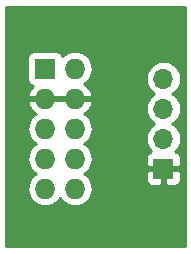
<source format=gbr>
G04 #@! TF.GenerationSoftware,KiCad,Pcbnew,5.1.4-e60b266~84~ubuntu18.04.1*
G04 #@! TF.CreationDate,2019-10-28T16:04:40+08:00*
G04 #@! TF.ProjectId,ST-Adapt,53542d41-6461-4707-942e-6b696361645f,rev?*
G04 #@! TF.SameCoordinates,Original*
G04 #@! TF.FileFunction,Copper,L1,Top*
G04 #@! TF.FilePolarity,Positive*
%FSLAX46Y46*%
G04 Gerber Fmt 4.6, Leading zero omitted, Abs format (unit mm)*
G04 Created by KiCad (PCBNEW 5.1.4-e60b266~84~ubuntu18.04.1) date 2019-10-28 16:04:40*
%MOMM*%
%LPD*%
G04 APERTURE LIST*
%ADD10O,1.727200X1.727200*%
%ADD11R,1.727200X1.727200*%
%ADD12O,1.700000X1.700000*%
%ADD13R,1.700000X1.700000*%
%ADD14C,0.254000*%
G04 APERTURE END LIST*
D10*
X141115000Y-96676000D03*
X138575000Y-96676000D03*
X141115000Y-94136000D03*
X138575000Y-94136000D03*
X141115000Y-91596000D03*
X138575000Y-91596000D03*
X141115000Y-89056000D03*
X138575000Y-89056000D03*
X141115000Y-86516000D03*
D11*
X138575000Y-86516000D03*
D12*
X148590000Y-87376000D03*
X148590000Y-89916000D03*
X148590000Y-92456000D03*
D13*
X148590000Y-94996000D03*
D14*
G36*
X150470001Y-101575000D02*
G01*
X135280000Y-101575000D01*
X135280000Y-91596000D01*
X137069149Y-91596000D01*
X137098084Y-91889777D01*
X137183775Y-92172264D01*
X137322931Y-92432606D01*
X137510203Y-92660797D01*
X137738394Y-92848069D01*
X137771940Y-92866000D01*
X137738394Y-92883931D01*
X137510203Y-93071203D01*
X137322931Y-93299394D01*
X137183775Y-93559736D01*
X137098084Y-93842223D01*
X137069149Y-94136000D01*
X137098084Y-94429777D01*
X137183775Y-94712264D01*
X137322931Y-94972606D01*
X137510203Y-95200797D01*
X137738394Y-95388069D01*
X137771940Y-95406000D01*
X137738394Y-95423931D01*
X137510203Y-95611203D01*
X137322931Y-95839394D01*
X137183775Y-96099736D01*
X137098084Y-96382223D01*
X137069149Y-96676000D01*
X137098084Y-96969777D01*
X137183775Y-97252264D01*
X137322931Y-97512606D01*
X137510203Y-97740797D01*
X137738394Y-97928069D01*
X137998736Y-98067225D01*
X138281223Y-98152916D01*
X138501381Y-98174600D01*
X138648619Y-98174600D01*
X138868777Y-98152916D01*
X139151264Y-98067225D01*
X139411606Y-97928069D01*
X139639797Y-97740797D01*
X139827069Y-97512606D01*
X139845000Y-97479060D01*
X139862931Y-97512606D01*
X140050203Y-97740797D01*
X140278394Y-97928069D01*
X140538736Y-98067225D01*
X140821223Y-98152916D01*
X141041381Y-98174600D01*
X141188619Y-98174600D01*
X141408777Y-98152916D01*
X141691264Y-98067225D01*
X141951606Y-97928069D01*
X142179797Y-97740797D01*
X142367069Y-97512606D01*
X142506225Y-97252264D01*
X142591916Y-96969777D01*
X142620851Y-96676000D01*
X142591916Y-96382223D01*
X142506225Y-96099736D01*
X142370600Y-95846000D01*
X147101928Y-95846000D01*
X147114188Y-95970482D01*
X147150498Y-96090180D01*
X147209463Y-96200494D01*
X147288815Y-96297185D01*
X147385506Y-96376537D01*
X147495820Y-96435502D01*
X147615518Y-96471812D01*
X147740000Y-96484072D01*
X148304250Y-96481000D01*
X148463000Y-96322250D01*
X148463000Y-95123000D01*
X148717000Y-95123000D01*
X148717000Y-96322250D01*
X148875750Y-96481000D01*
X149440000Y-96484072D01*
X149564482Y-96471812D01*
X149684180Y-96435502D01*
X149794494Y-96376537D01*
X149891185Y-96297185D01*
X149970537Y-96200494D01*
X150029502Y-96090180D01*
X150065812Y-95970482D01*
X150078072Y-95846000D01*
X150075000Y-95281750D01*
X149916250Y-95123000D01*
X148717000Y-95123000D01*
X148463000Y-95123000D01*
X147263750Y-95123000D01*
X147105000Y-95281750D01*
X147101928Y-95846000D01*
X142370600Y-95846000D01*
X142367069Y-95839394D01*
X142179797Y-95611203D01*
X141951606Y-95423931D01*
X141918060Y-95406000D01*
X141951606Y-95388069D01*
X142179797Y-95200797D01*
X142367069Y-94972606D01*
X142506225Y-94712264D01*
X142591916Y-94429777D01*
X142620851Y-94136000D01*
X142591916Y-93842223D01*
X142506225Y-93559736D01*
X142367069Y-93299394D01*
X142179797Y-93071203D01*
X141951606Y-92883931D01*
X141918060Y-92866000D01*
X141951606Y-92848069D01*
X142179797Y-92660797D01*
X142367069Y-92432606D01*
X142506225Y-92172264D01*
X142591916Y-91889777D01*
X142620851Y-91596000D01*
X142591916Y-91302223D01*
X142506225Y-91019736D01*
X142367069Y-90759394D01*
X142179797Y-90531203D01*
X141951606Y-90343931D01*
X141907090Y-90320137D01*
X142003488Y-90262817D01*
X142221854Y-90066293D01*
X142397684Y-89830944D01*
X142524222Y-89565814D01*
X142569958Y-89415026D01*
X142448817Y-89183000D01*
X141242000Y-89183000D01*
X141242000Y-89203000D01*
X140988000Y-89203000D01*
X140988000Y-89183000D01*
X138702000Y-89183000D01*
X138702000Y-89203000D01*
X138448000Y-89203000D01*
X138448000Y-89183000D01*
X137241183Y-89183000D01*
X137120042Y-89415026D01*
X137165778Y-89565814D01*
X137292316Y-89830944D01*
X137468146Y-90066293D01*
X137686512Y-90262817D01*
X137782910Y-90320137D01*
X137738394Y-90343931D01*
X137510203Y-90531203D01*
X137322931Y-90759394D01*
X137183775Y-91019736D01*
X137098084Y-91302223D01*
X137069149Y-91596000D01*
X135280000Y-91596000D01*
X135280000Y-85652400D01*
X137073328Y-85652400D01*
X137073328Y-87379600D01*
X137085588Y-87504082D01*
X137121898Y-87623780D01*
X137180863Y-87734094D01*
X137260215Y-87830785D01*
X137356906Y-87910137D01*
X137467220Y-87969102D01*
X137531574Y-87988624D01*
X137468146Y-88045707D01*
X137292316Y-88281056D01*
X137165778Y-88546186D01*
X137120042Y-88696974D01*
X137241183Y-88929000D01*
X138448000Y-88929000D01*
X138448000Y-88909000D01*
X138702000Y-88909000D01*
X138702000Y-88929000D01*
X140988000Y-88929000D01*
X140988000Y-88909000D01*
X141242000Y-88909000D01*
X141242000Y-88929000D01*
X142448817Y-88929000D01*
X142569958Y-88696974D01*
X142524222Y-88546186D01*
X142397684Y-88281056D01*
X142221854Y-88045707D01*
X142003488Y-87849183D01*
X141907090Y-87791863D01*
X141951606Y-87768069D01*
X142179797Y-87580797D01*
X142347869Y-87376000D01*
X147097815Y-87376000D01*
X147126487Y-87667111D01*
X147211401Y-87947034D01*
X147349294Y-88205014D01*
X147534866Y-88431134D01*
X147760986Y-88616706D01*
X147815791Y-88646000D01*
X147760986Y-88675294D01*
X147534866Y-88860866D01*
X147349294Y-89086986D01*
X147211401Y-89344966D01*
X147126487Y-89624889D01*
X147097815Y-89916000D01*
X147126487Y-90207111D01*
X147211401Y-90487034D01*
X147349294Y-90745014D01*
X147534866Y-90971134D01*
X147760986Y-91156706D01*
X147815791Y-91186000D01*
X147760986Y-91215294D01*
X147534866Y-91400866D01*
X147349294Y-91626986D01*
X147211401Y-91884966D01*
X147126487Y-92164889D01*
X147097815Y-92456000D01*
X147126487Y-92747111D01*
X147211401Y-93027034D01*
X147349294Y-93285014D01*
X147534866Y-93511134D01*
X147564687Y-93535607D01*
X147495820Y-93556498D01*
X147385506Y-93615463D01*
X147288815Y-93694815D01*
X147209463Y-93791506D01*
X147150498Y-93901820D01*
X147114188Y-94021518D01*
X147101928Y-94146000D01*
X147105000Y-94710250D01*
X147263750Y-94869000D01*
X148463000Y-94869000D01*
X148463000Y-94849000D01*
X148717000Y-94849000D01*
X148717000Y-94869000D01*
X149916250Y-94869000D01*
X150075000Y-94710250D01*
X150078072Y-94146000D01*
X150065812Y-94021518D01*
X150029502Y-93901820D01*
X149970537Y-93791506D01*
X149891185Y-93694815D01*
X149794494Y-93615463D01*
X149684180Y-93556498D01*
X149615313Y-93535607D01*
X149645134Y-93511134D01*
X149830706Y-93285014D01*
X149968599Y-93027034D01*
X150053513Y-92747111D01*
X150082185Y-92456000D01*
X150053513Y-92164889D01*
X149968599Y-91884966D01*
X149830706Y-91626986D01*
X149645134Y-91400866D01*
X149419014Y-91215294D01*
X149364209Y-91186000D01*
X149419014Y-91156706D01*
X149645134Y-90971134D01*
X149830706Y-90745014D01*
X149968599Y-90487034D01*
X150053513Y-90207111D01*
X150082185Y-89916000D01*
X150053513Y-89624889D01*
X149968599Y-89344966D01*
X149830706Y-89086986D01*
X149645134Y-88860866D01*
X149419014Y-88675294D01*
X149364209Y-88646000D01*
X149419014Y-88616706D01*
X149645134Y-88431134D01*
X149830706Y-88205014D01*
X149968599Y-87947034D01*
X150053513Y-87667111D01*
X150082185Y-87376000D01*
X150053513Y-87084889D01*
X149968599Y-86804966D01*
X149830706Y-86546986D01*
X149645134Y-86320866D01*
X149419014Y-86135294D01*
X149161034Y-85997401D01*
X148881111Y-85912487D01*
X148662950Y-85891000D01*
X148517050Y-85891000D01*
X148298889Y-85912487D01*
X148018966Y-85997401D01*
X147760986Y-86135294D01*
X147534866Y-86320866D01*
X147349294Y-86546986D01*
X147211401Y-86804966D01*
X147126487Y-87084889D01*
X147097815Y-87376000D01*
X142347869Y-87376000D01*
X142367069Y-87352606D01*
X142506225Y-87092264D01*
X142591916Y-86809777D01*
X142620851Y-86516000D01*
X142591916Y-86222223D01*
X142506225Y-85939736D01*
X142367069Y-85679394D01*
X142179797Y-85451203D01*
X141951606Y-85263931D01*
X141691264Y-85124775D01*
X141408777Y-85039084D01*
X141188619Y-85017400D01*
X141041381Y-85017400D01*
X140821223Y-85039084D01*
X140538736Y-85124775D01*
X140278394Y-85263931D01*
X140050203Y-85451203D01*
X140043586Y-85459265D01*
X140028102Y-85408220D01*
X139969137Y-85297906D01*
X139889785Y-85201215D01*
X139793094Y-85121863D01*
X139682780Y-85062898D01*
X139563082Y-85026588D01*
X139438600Y-85014328D01*
X137711400Y-85014328D01*
X137586918Y-85026588D01*
X137467220Y-85062898D01*
X137356906Y-85121863D01*
X137260215Y-85201215D01*
X137180863Y-85297906D01*
X137121898Y-85408220D01*
X137085588Y-85527918D01*
X137073328Y-85652400D01*
X135280000Y-85652400D01*
X135280000Y-81305000D01*
X150470000Y-81305000D01*
X150470001Y-101575000D01*
X150470001Y-101575000D01*
G37*
X150470001Y-101575000D02*
X135280000Y-101575000D01*
X135280000Y-91596000D01*
X137069149Y-91596000D01*
X137098084Y-91889777D01*
X137183775Y-92172264D01*
X137322931Y-92432606D01*
X137510203Y-92660797D01*
X137738394Y-92848069D01*
X137771940Y-92866000D01*
X137738394Y-92883931D01*
X137510203Y-93071203D01*
X137322931Y-93299394D01*
X137183775Y-93559736D01*
X137098084Y-93842223D01*
X137069149Y-94136000D01*
X137098084Y-94429777D01*
X137183775Y-94712264D01*
X137322931Y-94972606D01*
X137510203Y-95200797D01*
X137738394Y-95388069D01*
X137771940Y-95406000D01*
X137738394Y-95423931D01*
X137510203Y-95611203D01*
X137322931Y-95839394D01*
X137183775Y-96099736D01*
X137098084Y-96382223D01*
X137069149Y-96676000D01*
X137098084Y-96969777D01*
X137183775Y-97252264D01*
X137322931Y-97512606D01*
X137510203Y-97740797D01*
X137738394Y-97928069D01*
X137998736Y-98067225D01*
X138281223Y-98152916D01*
X138501381Y-98174600D01*
X138648619Y-98174600D01*
X138868777Y-98152916D01*
X139151264Y-98067225D01*
X139411606Y-97928069D01*
X139639797Y-97740797D01*
X139827069Y-97512606D01*
X139845000Y-97479060D01*
X139862931Y-97512606D01*
X140050203Y-97740797D01*
X140278394Y-97928069D01*
X140538736Y-98067225D01*
X140821223Y-98152916D01*
X141041381Y-98174600D01*
X141188619Y-98174600D01*
X141408777Y-98152916D01*
X141691264Y-98067225D01*
X141951606Y-97928069D01*
X142179797Y-97740797D01*
X142367069Y-97512606D01*
X142506225Y-97252264D01*
X142591916Y-96969777D01*
X142620851Y-96676000D01*
X142591916Y-96382223D01*
X142506225Y-96099736D01*
X142370600Y-95846000D01*
X147101928Y-95846000D01*
X147114188Y-95970482D01*
X147150498Y-96090180D01*
X147209463Y-96200494D01*
X147288815Y-96297185D01*
X147385506Y-96376537D01*
X147495820Y-96435502D01*
X147615518Y-96471812D01*
X147740000Y-96484072D01*
X148304250Y-96481000D01*
X148463000Y-96322250D01*
X148463000Y-95123000D01*
X148717000Y-95123000D01*
X148717000Y-96322250D01*
X148875750Y-96481000D01*
X149440000Y-96484072D01*
X149564482Y-96471812D01*
X149684180Y-96435502D01*
X149794494Y-96376537D01*
X149891185Y-96297185D01*
X149970537Y-96200494D01*
X150029502Y-96090180D01*
X150065812Y-95970482D01*
X150078072Y-95846000D01*
X150075000Y-95281750D01*
X149916250Y-95123000D01*
X148717000Y-95123000D01*
X148463000Y-95123000D01*
X147263750Y-95123000D01*
X147105000Y-95281750D01*
X147101928Y-95846000D01*
X142370600Y-95846000D01*
X142367069Y-95839394D01*
X142179797Y-95611203D01*
X141951606Y-95423931D01*
X141918060Y-95406000D01*
X141951606Y-95388069D01*
X142179797Y-95200797D01*
X142367069Y-94972606D01*
X142506225Y-94712264D01*
X142591916Y-94429777D01*
X142620851Y-94136000D01*
X142591916Y-93842223D01*
X142506225Y-93559736D01*
X142367069Y-93299394D01*
X142179797Y-93071203D01*
X141951606Y-92883931D01*
X141918060Y-92866000D01*
X141951606Y-92848069D01*
X142179797Y-92660797D01*
X142367069Y-92432606D01*
X142506225Y-92172264D01*
X142591916Y-91889777D01*
X142620851Y-91596000D01*
X142591916Y-91302223D01*
X142506225Y-91019736D01*
X142367069Y-90759394D01*
X142179797Y-90531203D01*
X141951606Y-90343931D01*
X141907090Y-90320137D01*
X142003488Y-90262817D01*
X142221854Y-90066293D01*
X142397684Y-89830944D01*
X142524222Y-89565814D01*
X142569958Y-89415026D01*
X142448817Y-89183000D01*
X141242000Y-89183000D01*
X141242000Y-89203000D01*
X140988000Y-89203000D01*
X140988000Y-89183000D01*
X138702000Y-89183000D01*
X138702000Y-89203000D01*
X138448000Y-89203000D01*
X138448000Y-89183000D01*
X137241183Y-89183000D01*
X137120042Y-89415026D01*
X137165778Y-89565814D01*
X137292316Y-89830944D01*
X137468146Y-90066293D01*
X137686512Y-90262817D01*
X137782910Y-90320137D01*
X137738394Y-90343931D01*
X137510203Y-90531203D01*
X137322931Y-90759394D01*
X137183775Y-91019736D01*
X137098084Y-91302223D01*
X137069149Y-91596000D01*
X135280000Y-91596000D01*
X135280000Y-85652400D01*
X137073328Y-85652400D01*
X137073328Y-87379600D01*
X137085588Y-87504082D01*
X137121898Y-87623780D01*
X137180863Y-87734094D01*
X137260215Y-87830785D01*
X137356906Y-87910137D01*
X137467220Y-87969102D01*
X137531574Y-87988624D01*
X137468146Y-88045707D01*
X137292316Y-88281056D01*
X137165778Y-88546186D01*
X137120042Y-88696974D01*
X137241183Y-88929000D01*
X138448000Y-88929000D01*
X138448000Y-88909000D01*
X138702000Y-88909000D01*
X138702000Y-88929000D01*
X140988000Y-88929000D01*
X140988000Y-88909000D01*
X141242000Y-88909000D01*
X141242000Y-88929000D01*
X142448817Y-88929000D01*
X142569958Y-88696974D01*
X142524222Y-88546186D01*
X142397684Y-88281056D01*
X142221854Y-88045707D01*
X142003488Y-87849183D01*
X141907090Y-87791863D01*
X141951606Y-87768069D01*
X142179797Y-87580797D01*
X142347869Y-87376000D01*
X147097815Y-87376000D01*
X147126487Y-87667111D01*
X147211401Y-87947034D01*
X147349294Y-88205014D01*
X147534866Y-88431134D01*
X147760986Y-88616706D01*
X147815791Y-88646000D01*
X147760986Y-88675294D01*
X147534866Y-88860866D01*
X147349294Y-89086986D01*
X147211401Y-89344966D01*
X147126487Y-89624889D01*
X147097815Y-89916000D01*
X147126487Y-90207111D01*
X147211401Y-90487034D01*
X147349294Y-90745014D01*
X147534866Y-90971134D01*
X147760986Y-91156706D01*
X147815791Y-91186000D01*
X147760986Y-91215294D01*
X147534866Y-91400866D01*
X147349294Y-91626986D01*
X147211401Y-91884966D01*
X147126487Y-92164889D01*
X147097815Y-92456000D01*
X147126487Y-92747111D01*
X147211401Y-93027034D01*
X147349294Y-93285014D01*
X147534866Y-93511134D01*
X147564687Y-93535607D01*
X147495820Y-93556498D01*
X147385506Y-93615463D01*
X147288815Y-93694815D01*
X147209463Y-93791506D01*
X147150498Y-93901820D01*
X147114188Y-94021518D01*
X147101928Y-94146000D01*
X147105000Y-94710250D01*
X147263750Y-94869000D01*
X148463000Y-94869000D01*
X148463000Y-94849000D01*
X148717000Y-94849000D01*
X148717000Y-94869000D01*
X149916250Y-94869000D01*
X150075000Y-94710250D01*
X150078072Y-94146000D01*
X150065812Y-94021518D01*
X150029502Y-93901820D01*
X149970537Y-93791506D01*
X149891185Y-93694815D01*
X149794494Y-93615463D01*
X149684180Y-93556498D01*
X149615313Y-93535607D01*
X149645134Y-93511134D01*
X149830706Y-93285014D01*
X149968599Y-93027034D01*
X150053513Y-92747111D01*
X150082185Y-92456000D01*
X150053513Y-92164889D01*
X149968599Y-91884966D01*
X149830706Y-91626986D01*
X149645134Y-91400866D01*
X149419014Y-91215294D01*
X149364209Y-91186000D01*
X149419014Y-91156706D01*
X149645134Y-90971134D01*
X149830706Y-90745014D01*
X149968599Y-90487034D01*
X150053513Y-90207111D01*
X150082185Y-89916000D01*
X150053513Y-89624889D01*
X149968599Y-89344966D01*
X149830706Y-89086986D01*
X149645134Y-88860866D01*
X149419014Y-88675294D01*
X149364209Y-88646000D01*
X149419014Y-88616706D01*
X149645134Y-88431134D01*
X149830706Y-88205014D01*
X149968599Y-87947034D01*
X150053513Y-87667111D01*
X150082185Y-87376000D01*
X150053513Y-87084889D01*
X149968599Y-86804966D01*
X149830706Y-86546986D01*
X149645134Y-86320866D01*
X149419014Y-86135294D01*
X149161034Y-85997401D01*
X148881111Y-85912487D01*
X148662950Y-85891000D01*
X148517050Y-85891000D01*
X148298889Y-85912487D01*
X148018966Y-85997401D01*
X147760986Y-86135294D01*
X147534866Y-86320866D01*
X147349294Y-86546986D01*
X147211401Y-86804966D01*
X147126487Y-87084889D01*
X147097815Y-87376000D01*
X142347869Y-87376000D01*
X142367069Y-87352606D01*
X142506225Y-87092264D01*
X142591916Y-86809777D01*
X142620851Y-86516000D01*
X142591916Y-86222223D01*
X142506225Y-85939736D01*
X142367069Y-85679394D01*
X142179797Y-85451203D01*
X141951606Y-85263931D01*
X141691264Y-85124775D01*
X141408777Y-85039084D01*
X141188619Y-85017400D01*
X141041381Y-85017400D01*
X140821223Y-85039084D01*
X140538736Y-85124775D01*
X140278394Y-85263931D01*
X140050203Y-85451203D01*
X140043586Y-85459265D01*
X140028102Y-85408220D01*
X139969137Y-85297906D01*
X139889785Y-85201215D01*
X139793094Y-85121863D01*
X139682780Y-85062898D01*
X139563082Y-85026588D01*
X139438600Y-85014328D01*
X137711400Y-85014328D01*
X137586918Y-85026588D01*
X137467220Y-85062898D01*
X137356906Y-85121863D01*
X137260215Y-85201215D01*
X137180863Y-85297906D01*
X137121898Y-85408220D01*
X137085588Y-85527918D01*
X137073328Y-85652400D01*
X135280000Y-85652400D01*
X135280000Y-81305000D01*
X150470000Y-81305000D01*
X150470001Y-101575000D01*
M02*

</source>
